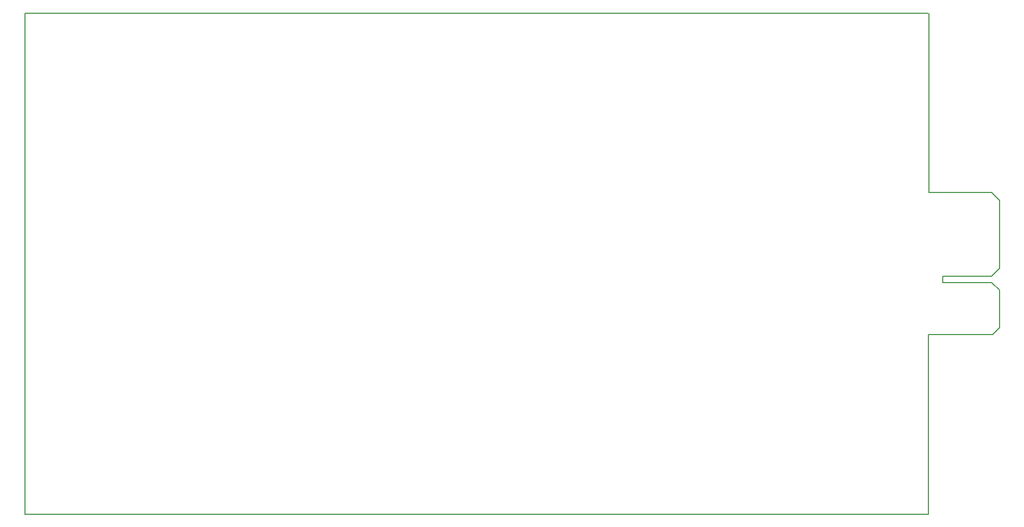
<source format=gko>
G04*
G04 #@! TF.GenerationSoftware,Altium Limited,Altium Designer,22.11.1 (43)*
G04*
G04 Layer_Color=16711935*
%FSAX25Y25*%
%MOIN*%
G70*
G04*
G04 #@! TF.SameCoordinates,EBA4B4AC-1B08-4463-AFC9-2197B451F785*
G04*
G04*
G04 #@! TF.FilePolarity,Positive*
G04*
G01*
G75*
%ADD14C,0.00500*%
D14*
X0587008Y0241535D02*
Y0354331D01*
X0019685Y0039370D02*
X0019685Y0354331D01*
X0587008Y0241535D02*
X0626378D01*
X0586811Y0039370D02*
Y0152165D01*
X0505512Y0039370D02*
X0586614D01*
X0431890D02*
X0505512D01*
X0347638D02*
X0431890D01*
X0212598D02*
X0347638D01*
X0019685Y0039370D02*
X0212598Y0039370D01*
X0019685Y0354331D02*
X0084252Y0354331D01*
X0224016D01*
X0351969D01*
X0503937D01*
X0586614D01*
X0595768Y0186048D02*
Y0188878D01*
X0626476D01*
X0631201Y0193602D01*
X0631398Y0193799D01*
X0595768Y0185039D02*
Y0186048D01*
Y0185039D02*
X0626575D01*
X0631299Y0180315D01*
Y0156496D02*
Y0180315D01*
X0626378Y0241535D02*
X0631398Y0236516D01*
Y0193799D02*
Y0236516D01*
X0586811Y0152165D02*
X0626968D01*
X0628740Y0153937D01*
X0631299Y0156496D01*
M02*

</source>
